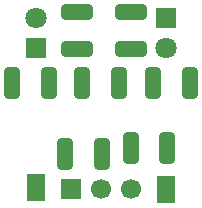
<source format=gbr>
%TF.GenerationSoftware,KiCad,Pcbnew,9.0.7*%
%TF.CreationDate,2026-01-19T15:41:53+08:00*%
%TF.ProjectId,mini-ir-blaster,6d696e69-2d69-4722-9d62-6c6173746572,rev?*%
%TF.SameCoordinates,Original*%
%TF.FileFunction,Soldermask,Bot*%
%TF.FilePolarity,Negative*%
%FSLAX46Y46*%
G04 Gerber Fmt 4.6, Leading zero omitted, Abs format (unit mm)*
G04 Created by KiCad (PCBNEW 9.0.7) date 2026-01-19 15:41:53*
%MOMM*%
%LPD*%
G01*
G04 APERTURE LIST*
G04 Aperture macros list*
%AMRoundRect*
0 Rectangle with rounded corners*
0 $1 Rounding radius*
0 $2 $3 $4 $5 $6 $7 $8 $9 X,Y pos of 4 corners*
0 Add a 4 corners polygon primitive as box body*
4,1,4,$2,$3,$4,$5,$6,$7,$8,$9,$2,$3,0*
0 Add four circle primitives for the rounded corners*
1,1,$1+$1,$2,$3*
1,1,$1+$1,$4,$5*
1,1,$1+$1,$6,$7*
1,1,$1+$1,$8,$9*
0 Add four rect primitives between the rounded corners*
20,1,$1+$1,$2,$3,$4,$5,0*
20,1,$1+$1,$4,$5,$6,$7,0*
20,1,$1+$1,$6,$7,$8,$9,0*
20,1,$1+$1,$8,$9,$2,$3,0*%
G04 Aperture macros list end*
%ADD10RoundRect,0.250000X-1.075000X0.400000X-1.075000X-0.400000X1.075000X-0.400000X1.075000X0.400000X0*%
%ADD11RoundRect,0.250000X0.400000X1.075000X-0.400000X1.075000X-0.400000X-1.075000X0.400000X-1.075000X0*%
%ADD12RoundRect,0.250000X-0.400000X-1.075000X0.400000X-1.075000X0.400000X1.075000X-0.400000X1.075000X0*%
%ADD13RoundRect,0.250000X1.075000X-0.400000X1.075000X0.400000X-1.075000X0.400000X-1.075000X-0.400000X0*%
%ADD14R,1.500000X1.000000*%
%ADD15R,1.700000X1.700000*%
%ADD16C,1.700000*%
%ADD17C,1.800000*%
%ADD18R,1.800000X1.800000*%
G04 APERTURE END LIST*
%TO.C,JP3*%
G36*
X187250000Y-119350000D02*
G01*
X188750000Y-119350000D01*
X188750000Y-119650000D01*
X187250000Y-119650000D01*
X187250000Y-119350000D01*
G37*
%TO.C,JP2*%
G36*
X176250000Y-119200000D02*
G01*
X177750000Y-119200000D01*
X177750000Y-119500000D01*
X176250000Y-119500000D01*
X176250000Y-119200000D01*
G37*
%TD*%
D10*
%TO.C,R7*%
X185000000Y-104500000D03*
X185000000Y-107600000D03*
%TD*%
D11*
%TO.C,R6*%
X190000000Y-110500000D03*
X186900000Y-110500000D03*
%TD*%
%TO.C,R5*%
X184000000Y-110500000D03*
X180900000Y-110500000D03*
%TD*%
D12*
%TO.C,R4*%
X185000000Y-116000000D03*
X188100000Y-116000000D03*
%TD*%
D11*
%TO.C,R3*%
X182550000Y-116500000D03*
X179450000Y-116500000D03*
%TD*%
D13*
%TO.C,R2*%
X180500000Y-107600000D03*
X180500000Y-104500000D03*
%TD*%
D11*
%TO.C,R1*%
X178100000Y-110500000D03*
X175000000Y-110500000D03*
%TD*%
D14*
%TO.C,JP3*%
X188000000Y-118850000D03*
X188000000Y-120150000D03*
%TD*%
%TO.C,JP2*%
X177000000Y-118700000D03*
X177000000Y-120000000D03*
%TD*%
D15*
%TO.C,J1*%
X179960000Y-119500000D03*
D16*
X182500000Y-119500000D03*
X185040000Y-119500000D03*
%TD*%
D17*
%TO.C,D2*%
X177000000Y-104960000D03*
D18*
X177000000Y-107500000D03*
%TD*%
%TO.C,D1*%
X188000000Y-104960000D03*
D17*
X188000000Y-107500000D03*
%TD*%
M02*

</source>
